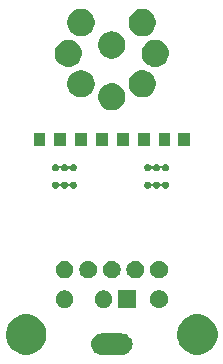
<source format=gbs>
G04 #@! TF.GenerationSoftware,KiCad,Pcbnew,(5.1.0)-1*
G04 #@! TF.CreationDate,2019-06-26T15:16:10-04:00*
G04 #@! TF.ProjectId,8 Pin DIN to 9 Pin Mini DIN,38205069-6e20-4444-994e-20746f203920,rev?*
G04 #@! TF.SameCoordinates,Original*
G04 #@! TF.FileFunction,Soldermask,Bot*
G04 #@! TF.FilePolarity,Negative*
%FSLAX46Y46*%
G04 Gerber Fmt 4.6, Leading zero omitted, Abs format (unit mm)*
G04 Created by KiCad (PCBNEW (5.1.0)-1) date 2019-06-26 15:16:10*
%MOMM*%
%LPD*%
G04 APERTURE LIST*
%ADD10C,0.100000*%
G04 APERTURE END LIST*
D10*
G36*
X199570443Y-121915519D02*
G01*
X199636627Y-121922037D01*
X199806466Y-121973557D01*
X199962991Y-122057222D01*
X199998729Y-122086552D01*
X200100186Y-122169814D01*
X200183448Y-122271271D01*
X200212778Y-122307009D01*
X200296443Y-122463534D01*
X200347963Y-122633373D01*
X200365359Y-122810000D01*
X200347963Y-122986627D01*
X200296443Y-123156466D01*
X200212778Y-123312991D01*
X200183448Y-123348729D01*
X200100186Y-123450186D01*
X199998729Y-123533448D01*
X199962991Y-123562778D01*
X199806466Y-123646443D01*
X199636627Y-123697963D01*
X199570442Y-123704482D01*
X199504260Y-123711000D01*
X197715740Y-123711000D01*
X197649558Y-123704482D01*
X197583373Y-123697963D01*
X197413534Y-123646443D01*
X197257009Y-123562778D01*
X197221271Y-123533448D01*
X197119814Y-123450186D01*
X197036552Y-123348729D01*
X197007222Y-123312991D01*
X196923557Y-123156466D01*
X196872037Y-122986627D01*
X196854641Y-122810000D01*
X196872037Y-122633373D01*
X196923557Y-122463534D01*
X197007222Y-122307009D01*
X197036552Y-122271271D01*
X197119814Y-122169814D01*
X197221271Y-122086552D01*
X197257009Y-122057222D01*
X197413534Y-121973557D01*
X197583373Y-121922037D01*
X197649557Y-121915519D01*
X197715740Y-121909000D01*
X199504260Y-121909000D01*
X199570443Y-121915519D01*
X199570443Y-121915519D01*
G37*
G36*
X206348496Y-120356675D02*
G01*
X206659513Y-120485503D01*
X206659515Y-120485504D01*
X206939424Y-120672533D01*
X207177467Y-120910576D01*
X207364496Y-121190485D01*
X207364497Y-121190487D01*
X207493325Y-121501504D01*
X207559000Y-121831677D01*
X207559000Y-122168323D01*
X207493325Y-122498496D01*
X207437456Y-122633375D01*
X207364496Y-122809515D01*
X207177467Y-123089424D01*
X206939424Y-123327467D01*
X206659515Y-123514496D01*
X206659514Y-123514497D01*
X206659513Y-123514497D01*
X206348496Y-123643325D01*
X206018323Y-123709000D01*
X205681677Y-123709000D01*
X205351504Y-123643325D01*
X205040487Y-123514497D01*
X205040486Y-123514497D01*
X205040485Y-123514496D01*
X204760576Y-123327467D01*
X204522533Y-123089424D01*
X204335504Y-122809515D01*
X204262544Y-122633375D01*
X204206675Y-122498496D01*
X204141000Y-122168323D01*
X204141000Y-121831677D01*
X204206675Y-121501504D01*
X204335503Y-121190487D01*
X204335504Y-121190485D01*
X204522533Y-120910576D01*
X204760576Y-120672533D01*
X205040485Y-120485504D01*
X205040487Y-120485503D01*
X205351504Y-120356675D01*
X205681677Y-120291000D01*
X206018323Y-120291000D01*
X206348496Y-120356675D01*
X206348496Y-120356675D01*
G37*
G36*
X191848496Y-120356675D02*
G01*
X192159513Y-120485503D01*
X192159515Y-120485504D01*
X192439424Y-120672533D01*
X192677467Y-120910576D01*
X192864496Y-121190485D01*
X192864497Y-121190487D01*
X192993325Y-121501504D01*
X193059000Y-121831677D01*
X193059000Y-122168323D01*
X192993325Y-122498496D01*
X192937456Y-122633375D01*
X192864496Y-122809515D01*
X192677467Y-123089424D01*
X192439424Y-123327467D01*
X192159515Y-123514496D01*
X192159514Y-123514497D01*
X192159513Y-123514497D01*
X191848496Y-123643325D01*
X191518323Y-123709000D01*
X191181677Y-123709000D01*
X190851504Y-123643325D01*
X190540487Y-123514497D01*
X190540486Y-123514497D01*
X190540485Y-123514496D01*
X190260576Y-123327467D01*
X190022533Y-123089424D01*
X189835504Y-122809515D01*
X189762544Y-122633375D01*
X189706675Y-122498496D01*
X189641000Y-122168323D01*
X189641000Y-121831677D01*
X189706675Y-121501504D01*
X189835503Y-121190487D01*
X189835504Y-121190485D01*
X190022533Y-120910576D01*
X190260576Y-120672533D01*
X190540485Y-120485504D01*
X190540487Y-120485503D01*
X190851504Y-120356675D01*
X191181677Y-120291000D01*
X191518323Y-120291000D01*
X191848496Y-120356675D01*
X191848496Y-120356675D01*
G37*
G36*
X198047293Y-118259507D02*
G01*
X198120225Y-118274014D01*
X198177138Y-118297588D01*
X198257626Y-118330927D01*
X198381284Y-118413553D01*
X198486447Y-118518716D01*
X198569073Y-118642374D01*
X198625986Y-118779776D01*
X198655000Y-118925638D01*
X198655000Y-119074362D01*
X198625986Y-119220224D01*
X198569073Y-119357626D01*
X198486447Y-119481284D01*
X198381284Y-119586447D01*
X198257626Y-119669073D01*
X198177138Y-119702412D01*
X198120225Y-119725986D01*
X198047293Y-119740493D01*
X197974362Y-119755000D01*
X197825638Y-119755000D01*
X197752707Y-119740493D01*
X197679775Y-119725986D01*
X197622862Y-119702412D01*
X197542374Y-119669073D01*
X197418716Y-119586447D01*
X197313553Y-119481284D01*
X197230927Y-119357626D01*
X197174014Y-119220224D01*
X197145000Y-119074362D01*
X197145000Y-118925638D01*
X197174014Y-118779776D01*
X197230927Y-118642374D01*
X197313553Y-118518716D01*
X197418716Y-118413553D01*
X197542374Y-118330927D01*
X197622862Y-118297588D01*
X197679775Y-118274014D01*
X197752707Y-118259507D01*
X197825638Y-118245000D01*
X197974362Y-118245000D01*
X198047293Y-118259507D01*
X198047293Y-118259507D01*
G37*
G36*
X194747293Y-118259507D02*
G01*
X194820225Y-118274014D01*
X194877138Y-118297588D01*
X194957626Y-118330927D01*
X195081284Y-118413553D01*
X195186447Y-118518716D01*
X195269073Y-118642374D01*
X195325986Y-118779776D01*
X195355000Y-118925638D01*
X195355000Y-119074362D01*
X195325986Y-119220224D01*
X195269073Y-119357626D01*
X195186447Y-119481284D01*
X195081284Y-119586447D01*
X194957626Y-119669073D01*
X194877138Y-119702412D01*
X194820225Y-119725986D01*
X194747293Y-119740493D01*
X194674362Y-119755000D01*
X194525638Y-119755000D01*
X194452707Y-119740493D01*
X194379775Y-119725986D01*
X194322862Y-119702412D01*
X194242374Y-119669073D01*
X194118716Y-119586447D01*
X194013553Y-119481284D01*
X193930927Y-119357626D01*
X193874014Y-119220224D01*
X193845000Y-119074362D01*
X193845000Y-118925638D01*
X193874014Y-118779776D01*
X193930927Y-118642374D01*
X194013553Y-118518716D01*
X194118716Y-118413553D01*
X194242374Y-118330927D01*
X194322862Y-118297588D01*
X194379775Y-118274014D01*
X194452707Y-118259507D01*
X194525638Y-118245000D01*
X194674362Y-118245000D01*
X194747293Y-118259507D01*
X194747293Y-118259507D01*
G37*
G36*
X200655000Y-119755000D02*
G01*
X199145000Y-119755000D01*
X199145000Y-118245000D01*
X200655000Y-118245000D01*
X200655000Y-119755000D01*
X200655000Y-119755000D01*
G37*
G36*
X202747293Y-118259507D02*
G01*
X202820225Y-118274014D01*
X202877138Y-118297588D01*
X202957626Y-118330927D01*
X203081284Y-118413553D01*
X203186447Y-118518716D01*
X203269073Y-118642374D01*
X203325986Y-118779776D01*
X203355000Y-118925638D01*
X203355000Y-119074362D01*
X203325986Y-119220224D01*
X203269073Y-119357626D01*
X203186447Y-119481284D01*
X203081284Y-119586447D01*
X202957626Y-119669073D01*
X202877138Y-119702412D01*
X202820225Y-119725986D01*
X202747293Y-119740493D01*
X202674362Y-119755000D01*
X202525638Y-119755000D01*
X202452707Y-119740493D01*
X202379775Y-119725986D01*
X202322862Y-119702412D01*
X202242374Y-119669073D01*
X202118716Y-119586447D01*
X202013553Y-119481284D01*
X201930927Y-119357626D01*
X201874014Y-119220224D01*
X201845000Y-119074362D01*
X201845000Y-118925638D01*
X201874014Y-118779776D01*
X201930927Y-118642374D01*
X202013553Y-118518716D01*
X202118716Y-118413553D01*
X202242374Y-118330927D01*
X202322862Y-118297588D01*
X202379775Y-118274014D01*
X202452707Y-118259507D01*
X202525638Y-118245000D01*
X202674362Y-118245000D01*
X202747293Y-118259507D01*
X202747293Y-118259507D01*
G37*
G36*
X202747293Y-115759507D02*
G01*
X202820225Y-115774014D01*
X202877138Y-115797588D01*
X202957626Y-115830927D01*
X203081284Y-115913553D01*
X203186447Y-116018716D01*
X203269073Y-116142374D01*
X203325986Y-116279776D01*
X203355000Y-116425638D01*
X203355000Y-116574362D01*
X203325986Y-116720224D01*
X203269073Y-116857626D01*
X203186447Y-116981284D01*
X203081284Y-117086447D01*
X202957626Y-117169073D01*
X202877138Y-117202412D01*
X202820225Y-117225986D01*
X202747293Y-117240493D01*
X202674362Y-117255000D01*
X202525638Y-117255000D01*
X202452707Y-117240493D01*
X202379775Y-117225986D01*
X202322862Y-117202412D01*
X202242374Y-117169073D01*
X202118716Y-117086447D01*
X202013553Y-116981284D01*
X201930927Y-116857626D01*
X201874014Y-116720224D01*
X201845000Y-116574362D01*
X201845000Y-116425638D01*
X201874014Y-116279776D01*
X201930927Y-116142374D01*
X202013553Y-116018716D01*
X202118716Y-115913553D01*
X202242374Y-115830927D01*
X202322862Y-115797588D01*
X202379775Y-115774014D01*
X202452707Y-115759507D01*
X202525638Y-115745000D01*
X202674362Y-115745000D01*
X202747293Y-115759507D01*
X202747293Y-115759507D01*
G37*
G36*
X200747293Y-115759507D02*
G01*
X200820225Y-115774014D01*
X200877138Y-115797588D01*
X200957626Y-115830927D01*
X201081284Y-115913553D01*
X201186447Y-116018716D01*
X201269073Y-116142374D01*
X201325986Y-116279776D01*
X201355000Y-116425638D01*
X201355000Y-116574362D01*
X201325986Y-116720224D01*
X201269073Y-116857626D01*
X201186447Y-116981284D01*
X201081284Y-117086447D01*
X200957626Y-117169073D01*
X200877138Y-117202412D01*
X200820225Y-117225986D01*
X200747293Y-117240493D01*
X200674362Y-117255000D01*
X200525638Y-117255000D01*
X200452707Y-117240493D01*
X200379775Y-117225986D01*
X200322862Y-117202412D01*
X200242374Y-117169073D01*
X200118716Y-117086447D01*
X200013553Y-116981284D01*
X199930927Y-116857626D01*
X199874014Y-116720224D01*
X199845000Y-116574362D01*
X199845000Y-116425638D01*
X199874014Y-116279776D01*
X199930927Y-116142374D01*
X200013553Y-116018716D01*
X200118716Y-115913553D01*
X200242374Y-115830927D01*
X200322862Y-115797588D01*
X200379775Y-115774014D01*
X200452707Y-115759507D01*
X200525638Y-115745000D01*
X200674362Y-115745000D01*
X200747293Y-115759507D01*
X200747293Y-115759507D01*
G37*
G36*
X194747293Y-115759507D02*
G01*
X194820225Y-115774014D01*
X194877138Y-115797588D01*
X194957626Y-115830927D01*
X195081284Y-115913553D01*
X195186447Y-116018716D01*
X195269073Y-116142374D01*
X195325986Y-116279776D01*
X195355000Y-116425638D01*
X195355000Y-116574362D01*
X195325986Y-116720224D01*
X195269073Y-116857626D01*
X195186447Y-116981284D01*
X195081284Y-117086447D01*
X194957626Y-117169073D01*
X194877138Y-117202412D01*
X194820225Y-117225986D01*
X194747293Y-117240493D01*
X194674362Y-117255000D01*
X194525638Y-117255000D01*
X194452707Y-117240493D01*
X194379775Y-117225986D01*
X194322862Y-117202412D01*
X194242374Y-117169073D01*
X194118716Y-117086447D01*
X194013553Y-116981284D01*
X193930927Y-116857626D01*
X193874014Y-116720224D01*
X193845000Y-116574362D01*
X193845000Y-116425638D01*
X193874014Y-116279776D01*
X193930927Y-116142374D01*
X194013553Y-116018716D01*
X194118716Y-115913553D01*
X194242374Y-115830927D01*
X194322862Y-115797588D01*
X194379775Y-115774014D01*
X194452707Y-115759507D01*
X194525638Y-115745000D01*
X194674362Y-115745000D01*
X194747293Y-115759507D01*
X194747293Y-115759507D01*
G37*
G36*
X196747293Y-115759507D02*
G01*
X196820225Y-115774014D01*
X196877138Y-115797588D01*
X196957626Y-115830927D01*
X197081284Y-115913553D01*
X197186447Y-116018716D01*
X197269073Y-116142374D01*
X197325986Y-116279776D01*
X197355000Y-116425638D01*
X197355000Y-116574362D01*
X197325986Y-116720224D01*
X197269073Y-116857626D01*
X197186447Y-116981284D01*
X197081284Y-117086447D01*
X196957626Y-117169073D01*
X196877138Y-117202412D01*
X196820225Y-117225986D01*
X196747293Y-117240493D01*
X196674362Y-117255000D01*
X196525638Y-117255000D01*
X196452707Y-117240493D01*
X196379775Y-117225986D01*
X196322862Y-117202412D01*
X196242374Y-117169073D01*
X196118716Y-117086447D01*
X196013553Y-116981284D01*
X195930927Y-116857626D01*
X195874014Y-116720224D01*
X195845000Y-116574362D01*
X195845000Y-116425638D01*
X195874014Y-116279776D01*
X195930927Y-116142374D01*
X196013553Y-116018716D01*
X196118716Y-115913553D01*
X196242374Y-115830927D01*
X196322862Y-115797588D01*
X196379775Y-115774014D01*
X196452707Y-115759507D01*
X196525638Y-115745000D01*
X196674362Y-115745000D01*
X196747293Y-115759507D01*
X196747293Y-115759507D01*
G37*
G36*
X198747293Y-115759507D02*
G01*
X198820225Y-115774014D01*
X198877138Y-115797588D01*
X198957626Y-115830927D01*
X199081284Y-115913553D01*
X199186447Y-116018716D01*
X199269073Y-116142374D01*
X199325986Y-116279776D01*
X199355000Y-116425638D01*
X199355000Y-116574362D01*
X199325986Y-116720224D01*
X199269073Y-116857626D01*
X199186447Y-116981284D01*
X199081284Y-117086447D01*
X198957626Y-117169073D01*
X198877138Y-117202412D01*
X198820225Y-117225986D01*
X198747293Y-117240493D01*
X198674362Y-117255000D01*
X198525638Y-117255000D01*
X198452707Y-117240493D01*
X198379775Y-117225986D01*
X198322862Y-117202412D01*
X198242374Y-117169073D01*
X198118716Y-117086447D01*
X198013553Y-116981284D01*
X197930927Y-116857626D01*
X197874014Y-116720224D01*
X197845000Y-116574362D01*
X197845000Y-116425638D01*
X197874014Y-116279776D01*
X197930927Y-116142374D01*
X198013553Y-116018716D01*
X198118716Y-115913553D01*
X198242374Y-115830927D01*
X198322862Y-115797588D01*
X198379775Y-115774014D01*
X198452707Y-115759507D01*
X198525638Y-115745000D01*
X198674362Y-115745000D01*
X198747293Y-115759507D01*
X198747293Y-115759507D01*
G37*
G36*
X201737797Y-109060567D02*
G01*
X201792575Y-109083257D01*
X201792577Y-109083258D01*
X201841876Y-109116198D01*
X201883802Y-109158124D01*
X201916742Y-109207423D01*
X201921067Y-109213896D01*
X201936612Y-109232838D01*
X201955554Y-109248383D01*
X201977165Y-109259934D01*
X202000614Y-109267047D01*
X202025000Y-109269449D01*
X202049386Y-109267047D01*
X202072835Y-109259934D01*
X202094446Y-109248383D01*
X202113388Y-109232838D01*
X202128933Y-109213896D01*
X202133258Y-109207423D01*
X202166198Y-109158124D01*
X202208124Y-109116198D01*
X202257423Y-109083258D01*
X202257425Y-109083257D01*
X202312203Y-109060567D01*
X202370353Y-109049000D01*
X202429647Y-109049000D01*
X202487797Y-109060567D01*
X202542575Y-109083257D01*
X202542577Y-109083258D01*
X202591876Y-109116198D01*
X202633802Y-109158124D01*
X202666742Y-109207423D01*
X202671067Y-109213896D01*
X202686612Y-109232838D01*
X202705554Y-109248383D01*
X202727165Y-109259934D01*
X202750614Y-109267047D01*
X202775000Y-109269449D01*
X202799386Y-109267047D01*
X202822835Y-109259934D01*
X202844446Y-109248383D01*
X202863388Y-109232838D01*
X202878933Y-109213896D01*
X202883258Y-109207423D01*
X202916198Y-109158124D01*
X202958124Y-109116198D01*
X203007423Y-109083258D01*
X203007425Y-109083257D01*
X203062203Y-109060567D01*
X203120353Y-109049000D01*
X203179647Y-109049000D01*
X203237797Y-109060567D01*
X203292575Y-109083257D01*
X203292577Y-109083258D01*
X203341876Y-109116198D01*
X203383802Y-109158124D01*
X203416742Y-109207423D01*
X203416743Y-109207425D01*
X203439433Y-109262203D01*
X203451000Y-109320353D01*
X203451000Y-109379647D01*
X203439433Y-109437797D01*
X203419423Y-109486104D01*
X203416742Y-109492577D01*
X203383802Y-109541876D01*
X203341876Y-109583802D01*
X203292577Y-109616742D01*
X203292576Y-109616743D01*
X203292575Y-109616743D01*
X203237797Y-109639433D01*
X203179647Y-109651000D01*
X203120353Y-109651000D01*
X203062203Y-109639433D01*
X203007425Y-109616743D01*
X203007424Y-109616743D01*
X203007423Y-109616742D01*
X202958124Y-109583802D01*
X202916198Y-109541876D01*
X202883258Y-109492577D01*
X202883257Y-109492575D01*
X202878933Y-109486104D01*
X202863388Y-109467162D01*
X202844446Y-109451617D01*
X202822835Y-109440066D01*
X202799386Y-109432953D01*
X202775000Y-109430551D01*
X202750614Y-109432953D01*
X202727165Y-109440066D01*
X202705554Y-109451617D01*
X202686612Y-109467162D01*
X202671067Y-109486104D01*
X202666743Y-109492575D01*
X202666742Y-109492577D01*
X202633802Y-109541876D01*
X202591876Y-109583802D01*
X202542577Y-109616742D01*
X202542576Y-109616743D01*
X202542575Y-109616743D01*
X202487797Y-109639433D01*
X202429647Y-109651000D01*
X202370353Y-109651000D01*
X202312203Y-109639433D01*
X202257425Y-109616743D01*
X202257424Y-109616743D01*
X202257423Y-109616742D01*
X202208124Y-109583802D01*
X202166198Y-109541876D01*
X202133258Y-109492577D01*
X202133257Y-109492575D01*
X202128933Y-109486104D01*
X202113388Y-109467162D01*
X202094446Y-109451617D01*
X202072835Y-109440066D01*
X202049386Y-109432953D01*
X202025000Y-109430551D01*
X202000614Y-109432953D01*
X201977165Y-109440066D01*
X201955554Y-109451617D01*
X201936612Y-109467162D01*
X201921067Y-109486104D01*
X201916743Y-109492575D01*
X201916742Y-109492577D01*
X201883802Y-109541876D01*
X201841876Y-109583802D01*
X201792577Y-109616742D01*
X201792576Y-109616743D01*
X201792575Y-109616743D01*
X201737797Y-109639433D01*
X201679647Y-109651000D01*
X201620353Y-109651000D01*
X201562203Y-109639433D01*
X201507425Y-109616743D01*
X201507424Y-109616743D01*
X201507423Y-109616742D01*
X201458124Y-109583802D01*
X201416198Y-109541876D01*
X201383258Y-109492577D01*
X201380577Y-109486104D01*
X201360567Y-109437797D01*
X201349000Y-109379647D01*
X201349000Y-109320353D01*
X201360567Y-109262203D01*
X201383257Y-109207425D01*
X201383258Y-109207423D01*
X201416198Y-109158124D01*
X201458124Y-109116198D01*
X201507423Y-109083258D01*
X201507425Y-109083257D01*
X201562203Y-109060567D01*
X201620353Y-109049000D01*
X201679647Y-109049000D01*
X201737797Y-109060567D01*
X201737797Y-109060567D01*
G37*
G36*
X193937797Y-109060567D02*
G01*
X193992575Y-109083257D01*
X193992577Y-109083258D01*
X194041876Y-109116198D01*
X194083802Y-109158124D01*
X194116742Y-109207423D01*
X194121067Y-109213896D01*
X194136612Y-109232838D01*
X194155554Y-109248383D01*
X194177165Y-109259934D01*
X194200614Y-109267047D01*
X194225000Y-109269449D01*
X194249386Y-109267047D01*
X194272835Y-109259934D01*
X194294446Y-109248383D01*
X194313388Y-109232838D01*
X194328933Y-109213896D01*
X194333258Y-109207423D01*
X194366198Y-109158124D01*
X194408124Y-109116198D01*
X194457423Y-109083258D01*
X194457425Y-109083257D01*
X194512203Y-109060567D01*
X194570353Y-109049000D01*
X194629647Y-109049000D01*
X194687797Y-109060567D01*
X194742575Y-109083257D01*
X194742577Y-109083258D01*
X194791876Y-109116198D01*
X194833802Y-109158124D01*
X194866742Y-109207423D01*
X194871067Y-109213896D01*
X194886612Y-109232838D01*
X194905554Y-109248383D01*
X194927165Y-109259934D01*
X194950614Y-109267047D01*
X194975000Y-109269449D01*
X194999386Y-109267047D01*
X195022835Y-109259934D01*
X195044446Y-109248383D01*
X195063388Y-109232838D01*
X195078933Y-109213896D01*
X195083258Y-109207423D01*
X195116198Y-109158124D01*
X195158124Y-109116198D01*
X195207423Y-109083258D01*
X195207425Y-109083257D01*
X195262203Y-109060567D01*
X195320353Y-109049000D01*
X195379647Y-109049000D01*
X195437797Y-109060567D01*
X195492575Y-109083257D01*
X195492577Y-109083258D01*
X195541876Y-109116198D01*
X195583802Y-109158124D01*
X195616742Y-109207423D01*
X195616743Y-109207425D01*
X195639433Y-109262203D01*
X195651000Y-109320353D01*
X195651000Y-109379647D01*
X195639433Y-109437797D01*
X195619423Y-109486104D01*
X195616742Y-109492577D01*
X195583802Y-109541876D01*
X195541876Y-109583802D01*
X195492577Y-109616742D01*
X195492576Y-109616743D01*
X195492575Y-109616743D01*
X195437797Y-109639433D01*
X195379647Y-109651000D01*
X195320353Y-109651000D01*
X195262203Y-109639433D01*
X195207425Y-109616743D01*
X195207424Y-109616743D01*
X195207423Y-109616742D01*
X195158124Y-109583802D01*
X195116198Y-109541876D01*
X195083258Y-109492577D01*
X195083257Y-109492575D01*
X195078933Y-109486104D01*
X195063388Y-109467162D01*
X195044446Y-109451617D01*
X195022835Y-109440066D01*
X194999386Y-109432953D01*
X194975000Y-109430551D01*
X194950614Y-109432953D01*
X194927165Y-109440066D01*
X194905554Y-109451617D01*
X194886612Y-109467162D01*
X194871067Y-109486104D01*
X194866743Y-109492575D01*
X194866742Y-109492577D01*
X194833802Y-109541876D01*
X194791876Y-109583802D01*
X194742577Y-109616742D01*
X194742576Y-109616743D01*
X194742575Y-109616743D01*
X194687797Y-109639433D01*
X194629647Y-109651000D01*
X194570353Y-109651000D01*
X194512203Y-109639433D01*
X194457425Y-109616743D01*
X194457424Y-109616743D01*
X194457423Y-109616742D01*
X194408124Y-109583802D01*
X194366198Y-109541876D01*
X194333258Y-109492577D01*
X194333257Y-109492575D01*
X194328933Y-109486104D01*
X194313388Y-109467162D01*
X194294446Y-109451617D01*
X194272835Y-109440066D01*
X194249386Y-109432953D01*
X194225000Y-109430551D01*
X194200614Y-109432953D01*
X194177165Y-109440066D01*
X194155554Y-109451617D01*
X194136612Y-109467162D01*
X194121067Y-109486104D01*
X194116743Y-109492575D01*
X194116742Y-109492577D01*
X194083802Y-109541876D01*
X194041876Y-109583802D01*
X193992577Y-109616742D01*
X193992576Y-109616743D01*
X193992575Y-109616743D01*
X193937797Y-109639433D01*
X193879647Y-109651000D01*
X193820353Y-109651000D01*
X193762203Y-109639433D01*
X193707425Y-109616743D01*
X193707424Y-109616743D01*
X193707423Y-109616742D01*
X193658124Y-109583802D01*
X193616198Y-109541876D01*
X193583258Y-109492577D01*
X193580577Y-109486104D01*
X193560567Y-109437797D01*
X193549000Y-109379647D01*
X193549000Y-109320353D01*
X193560567Y-109262203D01*
X193583257Y-109207425D01*
X193583258Y-109207423D01*
X193616198Y-109158124D01*
X193658124Y-109116198D01*
X193707423Y-109083258D01*
X193707425Y-109083257D01*
X193762203Y-109060567D01*
X193820353Y-109049000D01*
X193879647Y-109049000D01*
X193937797Y-109060567D01*
X193937797Y-109060567D01*
G37*
G36*
X201737797Y-107560567D02*
G01*
X201792575Y-107583257D01*
X201792577Y-107583258D01*
X201841876Y-107616198D01*
X201883802Y-107658124D01*
X201916742Y-107707423D01*
X201921067Y-107713896D01*
X201936612Y-107732838D01*
X201955554Y-107748383D01*
X201977165Y-107759934D01*
X202000614Y-107767047D01*
X202025000Y-107769449D01*
X202049386Y-107767047D01*
X202072835Y-107759934D01*
X202094446Y-107748383D01*
X202113388Y-107732838D01*
X202128933Y-107713896D01*
X202133258Y-107707423D01*
X202166198Y-107658124D01*
X202208124Y-107616198D01*
X202257423Y-107583258D01*
X202257425Y-107583257D01*
X202312203Y-107560567D01*
X202370353Y-107549000D01*
X202429647Y-107549000D01*
X202487797Y-107560567D01*
X202542575Y-107583257D01*
X202542577Y-107583258D01*
X202591876Y-107616198D01*
X202633802Y-107658124D01*
X202666742Y-107707423D01*
X202671067Y-107713896D01*
X202686612Y-107732838D01*
X202705554Y-107748383D01*
X202727165Y-107759934D01*
X202750614Y-107767047D01*
X202775000Y-107769449D01*
X202799386Y-107767047D01*
X202822835Y-107759934D01*
X202844446Y-107748383D01*
X202863388Y-107732838D01*
X202878933Y-107713896D01*
X202883258Y-107707423D01*
X202916198Y-107658124D01*
X202958124Y-107616198D01*
X203007423Y-107583258D01*
X203007425Y-107583257D01*
X203062203Y-107560567D01*
X203120353Y-107549000D01*
X203179647Y-107549000D01*
X203237797Y-107560567D01*
X203292575Y-107583257D01*
X203292577Y-107583258D01*
X203341876Y-107616198D01*
X203383802Y-107658124D01*
X203416742Y-107707423D01*
X203416743Y-107707425D01*
X203439433Y-107762203D01*
X203451000Y-107820353D01*
X203451000Y-107879647D01*
X203439433Y-107937797D01*
X203419423Y-107986104D01*
X203416742Y-107992577D01*
X203383802Y-108041876D01*
X203341876Y-108083802D01*
X203292577Y-108116742D01*
X203292576Y-108116743D01*
X203292575Y-108116743D01*
X203237797Y-108139433D01*
X203179647Y-108151000D01*
X203120353Y-108151000D01*
X203062203Y-108139433D01*
X203007425Y-108116743D01*
X203007424Y-108116743D01*
X203007423Y-108116742D01*
X202958124Y-108083802D01*
X202916198Y-108041876D01*
X202883258Y-107992577D01*
X202883257Y-107992575D01*
X202878933Y-107986104D01*
X202863388Y-107967162D01*
X202844446Y-107951617D01*
X202822835Y-107940066D01*
X202799386Y-107932953D01*
X202775000Y-107930551D01*
X202750614Y-107932953D01*
X202727165Y-107940066D01*
X202705554Y-107951617D01*
X202686612Y-107967162D01*
X202671067Y-107986104D01*
X202666743Y-107992575D01*
X202666742Y-107992577D01*
X202633802Y-108041876D01*
X202591876Y-108083802D01*
X202542577Y-108116742D01*
X202542576Y-108116743D01*
X202542575Y-108116743D01*
X202487797Y-108139433D01*
X202429647Y-108151000D01*
X202370353Y-108151000D01*
X202312203Y-108139433D01*
X202257425Y-108116743D01*
X202257424Y-108116743D01*
X202257423Y-108116742D01*
X202208124Y-108083802D01*
X202166198Y-108041876D01*
X202133258Y-107992577D01*
X202133257Y-107992575D01*
X202128933Y-107986104D01*
X202113388Y-107967162D01*
X202094446Y-107951617D01*
X202072835Y-107940066D01*
X202049386Y-107932953D01*
X202025000Y-107930551D01*
X202000614Y-107932953D01*
X201977165Y-107940066D01*
X201955554Y-107951617D01*
X201936612Y-107967162D01*
X201921067Y-107986104D01*
X201916743Y-107992575D01*
X201916742Y-107992577D01*
X201883802Y-108041876D01*
X201841876Y-108083802D01*
X201792577Y-108116742D01*
X201792576Y-108116743D01*
X201792575Y-108116743D01*
X201737797Y-108139433D01*
X201679647Y-108151000D01*
X201620353Y-108151000D01*
X201562203Y-108139433D01*
X201507425Y-108116743D01*
X201507424Y-108116743D01*
X201507423Y-108116742D01*
X201458124Y-108083802D01*
X201416198Y-108041876D01*
X201383258Y-107992577D01*
X201380577Y-107986104D01*
X201360567Y-107937797D01*
X201349000Y-107879647D01*
X201349000Y-107820353D01*
X201360567Y-107762203D01*
X201383257Y-107707425D01*
X201383258Y-107707423D01*
X201416198Y-107658124D01*
X201458124Y-107616198D01*
X201507423Y-107583258D01*
X201507425Y-107583257D01*
X201562203Y-107560567D01*
X201620353Y-107549000D01*
X201679647Y-107549000D01*
X201737797Y-107560567D01*
X201737797Y-107560567D01*
G37*
G36*
X193937797Y-107560567D02*
G01*
X193992575Y-107583257D01*
X193992577Y-107583258D01*
X194041876Y-107616198D01*
X194083802Y-107658124D01*
X194116742Y-107707423D01*
X194121067Y-107713896D01*
X194136612Y-107732838D01*
X194155554Y-107748383D01*
X194177165Y-107759934D01*
X194200614Y-107767047D01*
X194225000Y-107769449D01*
X194249386Y-107767047D01*
X194272835Y-107759934D01*
X194294446Y-107748383D01*
X194313388Y-107732838D01*
X194328933Y-107713896D01*
X194333258Y-107707423D01*
X194366198Y-107658124D01*
X194408124Y-107616198D01*
X194457423Y-107583258D01*
X194457425Y-107583257D01*
X194512203Y-107560567D01*
X194570353Y-107549000D01*
X194629647Y-107549000D01*
X194687797Y-107560567D01*
X194742575Y-107583257D01*
X194742577Y-107583258D01*
X194791876Y-107616198D01*
X194833802Y-107658124D01*
X194866742Y-107707423D01*
X194871067Y-107713896D01*
X194886612Y-107732838D01*
X194905554Y-107748383D01*
X194927165Y-107759934D01*
X194950614Y-107767047D01*
X194975000Y-107769449D01*
X194999386Y-107767047D01*
X195022835Y-107759934D01*
X195044446Y-107748383D01*
X195063388Y-107732838D01*
X195078933Y-107713896D01*
X195083258Y-107707423D01*
X195116198Y-107658124D01*
X195158124Y-107616198D01*
X195207423Y-107583258D01*
X195207425Y-107583257D01*
X195262203Y-107560567D01*
X195320353Y-107549000D01*
X195379647Y-107549000D01*
X195437797Y-107560567D01*
X195492575Y-107583257D01*
X195492577Y-107583258D01*
X195541876Y-107616198D01*
X195583802Y-107658124D01*
X195616742Y-107707423D01*
X195616743Y-107707425D01*
X195639433Y-107762203D01*
X195651000Y-107820353D01*
X195651000Y-107879647D01*
X195639433Y-107937797D01*
X195619423Y-107986104D01*
X195616742Y-107992577D01*
X195583802Y-108041876D01*
X195541876Y-108083802D01*
X195492577Y-108116742D01*
X195492576Y-108116743D01*
X195492575Y-108116743D01*
X195437797Y-108139433D01*
X195379647Y-108151000D01*
X195320353Y-108151000D01*
X195262203Y-108139433D01*
X195207425Y-108116743D01*
X195207424Y-108116743D01*
X195207423Y-108116742D01*
X195158124Y-108083802D01*
X195116198Y-108041876D01*
X195083258Y-107992577D01*
X195083257Y-107992575D01*
X195078933Y-107986104D01*
X195063388Y-107967162D01*
X195044446Y-107951617D01*
X195022835Y-107940066D01*
X194999386Y-107932953D01*
X194975000Y-107930551D01*
X194950614Y-107932953D01*
X194927165Y-107940066D01*
X194905554Y-107951617D01*
X194886612Y-107967162D01*
X194871067Y-107986104D01*
X194866743Y-107992575D01*
X194866742Y-107992577D01*
X194833802Y-108041876D01*
X194791876Y-108083802D01*
X194742577Y-108116742D01*
X194742576Y-108116743D01*
X194742575Y-108116743D01*
X194687797Y-108139433D01*
X194629647Y-108151000D01*
X194570353Y-108151000D01*
X194512203Y-108139433D01*
X194457425Y-108116743D01*
X194457424Y-108116743D01*
X194457423Y-108116742D01*
X194408124Y-108083802D01*
X194366198Y-108041876D01*
X194333258Y-107992577D01*
X194333257Y-107992575D01*
X194328933Y-107986104D01*
X194313388Y-107967162D01*
X194294446Y-107951617D01*
X194272835Y-107940066D01*
X194249386Y-107932953D01*
X194225000Y-107930551D01*
X194200614Y-107932953D01*
X194177165Y-107940066D01*
X194155554Y-107951617D01*
X194136612Y-107967162D01*
X194121067Y-107986104D01*
X194116743Y-107992575D01*
X194116742Y-107992577D01*
X194083802Y-108041876D01*
X194041876Y-108083802D01*
X193992577Y-108116742D01*
X193992576Y-108116743D01*
X193992575Y-108116743D01*
X193937797Y-108139433D01*
X193879647Y-108151000D01*
X193820353Y-108151000D01*
X193762203Y-108139433D01*
X193707425Y-108116743D01*
X193707424Y-108116743D01*
X193707423Y-108116742D01*
X193658124Y-108083802D01*
X193616198Y-108041876D01*
X193583258Y-107992577D01*
X193580577Y-107986104D01*
X193560567Y-107937797D01*
X193549000Y-107879647D01*
X193549000Y-107820353D01*
X193560567Y-107762203D01*
X193583257Y-107707425D01*
X193583258Y-107707423D01*
X193616198Y-107658124D01*
X193658124Y-107616198D01*
X193707423Y-107583258D01*
X193707425Y-107583257D01*
X193762203Y-107560567D01*
X193820353Y-107549000D01*
X193879647Y-107549000D01*
X193937797Y-107560567D01*
X193937797Y-107560567D01*
G37*
G36*
X205192333Y-106051000D02*
G01*
X204207667Y-106051000D01*
X204207667Y-104949000D01*
X205192333Y-104949000D01*
X205192333Y-106051000D01*
X205192333Y-106051000D01*
G37*
G36*
X192972333Y-106051000D02*
G01*
X191987667Y-106051000D01*
X191987667Y-104949000D01*
X192972333Y-104949000D01*
X192972333Y-106051000D01*
X192972333Y-106051000D01*
G37*
G36*
X194737667Y-106051000D02*
G01*
X193753001Y-106051000D01*
X193753001Y-104949000D01*
X194737667Y-104949000D01*
X194737667Y-106051000D01*
X194737667Y-106051000D01*
G37*
G36*
X196503001Y-106051000D02*
G01*
X195518335Y-106051000D01*
X195518335Y-104949000D01*
X196503001Y-104949000D01*
X196503001Y-106051000D01*
X196503001Y-106051000D01*
G37*
G36*
X198268335Y-106051000D02*
G01*
X197283669Y-106051000D01*
X197283669Y-104949000D01*
X198268335Y-104949000D01*
X198268335Y-106051000D01*
X198268335Y-106051000D01*
G37*
G36*
X200033669Y-106051000D02*
G01*
X199049003Y-106051000D01*
X199049003Y-104949000D01*
X200033669Y-104949000D01*
X200033669Y-106051000D01*
X200033669Y-106051000D01*
G37*
G36*
X201799003Y-106051000D02*
G01*
X200814337Y-106051000D01*
X200814337Y-104949000D01*
X201799003Y-104949000D01*
X201799003Y-106051000D01*
X201799003Y-106051000D01*
G37*
G36*
X203564337Y-106051000D02*
G01*
X202579671Y-106051000D01*
X202579671Y-104949000D01*
X203564337Y-104949000D01*
X203564337Y-106051000D01*
X203564337Y-106051000D01*
G37*
G36*
X198824549Y-100726116D02*
G01*
X198935734Y-100748232D01*
X199145203Y-100834997D01*
X199333720Y-100960960D01*
X199494040Y-101121280D01*
X199620003Y-101309797D01*
X199706768Y-101519266D01*
X199751000Y-101741636D01*
X199751000Y-101968364D01*
X199706768Y-102190734D01*
X199620003Y-102400203D01*
X199494040Y-102588720D01*
X199333720Y-102749040D01*
X199145203Y-102875003D01*
X198935734Y-102961768D01*
X198824549Y-102983884D01*
X198713365Y-103006000D01*
X198486635Y-103006000D01*
X198375451Y-102983884D01*
X198264266Y-102961768D01*
X198054797Y-102875003D01*
X197866280Y-102749040D01*
X197705960Y-102588720D01*
X197579997Y-102400203D01*
X197493232Y-102190734D01*
X197449000Y-101968364D01*
X197449000Y-101741636D01*
X197493232Y-101519266D01*
X197579997Y-101309797D01*
X197705960Y-101121280D01*
X197866280Y-100960960D01*
X198054797Y-100834997D01*
X198264266Y-100748232D01*
X198375451Y-100726116D01*
X198486635Y-100704000D01*
X198713365Y-100704000D01*
X198824549Y-100726116D01*
X198824549Y-100726116D01*
G37*
G36*
X196225932Y-99649733D02*
G01*
X196337117Y-99671849D01*
X196546586Y-99758614D01*
X196735103Y-99884577D01*
X196895423Y-100044897D01*
X197021386Y-100233414D01*
X197108151Y-100442883D01*
X197152383Y-100665253D01*
X197152383Y-100891981D01*
X197108151Y-101114351D01*
X197021386Y-101323820D01*
X196895423Y-101512337D01*
X196735103Y-101672657D01*
X196546586Y-101798620D01*
X196337117Y-101885385D01*
X196225932Y-101907501D01*
X196114748Y-101929617D01*
X195888018Y-101929617D01*
X195776834Y-101907501D01*
X195665649Y-101885385D01*
X195456180Y-101798620D01*
X195267663Y-101672657D01*
X195107343Y-101512337D01*
X194981380Y-101323820D01*
X194894615Y-101114351D01*
X194850383Y-100891981D01*
X194850383Y-100665253D01*
X194894615Y-100442883D01*
X194981380Y-100233414D01*
X195107343Y-100044897D01*
X195267663Y-99884577D01*
X195456180Y-99758614D01*
X195665649Y-99671849D01*
X195776834Y-99649733D01*
X195888018Y-99627617D01*
X196114748Y-99627617D01*
X196225932Y-99649733D01*
X196225932Y-99649733D01*
G37*
G36*
X201400850Y-99627617D02*
G01*
X201534351Y-99654172D01*
X201743820Y-99740937D01*
X201932337Y-99866900D01*
X202092657Y-100027220D01*
X202218620Y-100215737D01*
X202305385Y-100425206D01*
X202349617Y-100647576D01*
X202349617Y-100874304D01*
X202305385Y-101096674D01*
X202218620Y-101306143D01*
X202092657Y-101494660D01*
X201932337Y-101654980D01*
X201743820Y-101780943D01*
X201534351Y-101867708D01*
X201445482Y-101885385D01*
X201311982Y-101911940D01*
X201085252Y-101911940D01*
X200951752Y-101885385D01*
X200862883Y-101867708D01*
X200653414Y-101780943D01*
X200464897Y-101654980D01*
X200304577Y-101494660D01*
X200178614Y-101306143D01*
X200091849Y-101096674D01*
X200047617Y-100874304D01*
X200047617Y-100647576D01*
X200091849Y-100425206D01*
X200178614Y-100215737D01*
X200304577Y-100027220D01*
X200464897Y-99866900D01*
X200653414Y-99740937D01*
X200862883Y-99654172D01*
X200996384Y-99627617D01*
X201085252Y-99609940D01*
X201311982Y-99609940D01*
X201400850Y-99627617D01*
X201400850Y-99627617D01*
G37*
G36*
X195149549Y-97051116D02*
G01*
X195260734Y-97073232D01*
X195408850Y-97134584D01*
X195432228Y-97144267D01*
X195470203Y-97159997D01*
X195658720Y-97285960D01*
X195819040Y-97446280D01*
X195945003Y-97634797D01*
X196019950Y-97815734D01*
X196031768Y-97844267D01*
X196067759Y-98025203D01*
X196076000Y-98066636D01*
X196076000Y-98293364D01*
X196031768Y-98515734D01*
X195945003Y-98725203D01*
X195819040Y-98913720D01*
X195658720Y-99074040D01*
X195470203Y-99200003D01*
X195260734Y-99286768D01*
X195149549Y-99308884D01*
X195038365Y-99331000D01*
X194811635Y-99331000D01*
X194700451Y-99308884D01*
X194589266Y-99286768D01*
X194379797Y-99200003D01*
X194191280Y-99074040D01*
X194030960Y-98913720D01*
X193904997Y-98725203D01*
X193818232Y-98515734D01*
X193774000Y-98293364D01*
X193774000Y-98066636D01*
X193782242Y-98025203D01*
X193818232Y-97844267D01*
X193830051Y-97815734D01*
X193904997Y-97634797D01*
X194030960Y-97446280D01*
X194191280Y-97285960D01*
X194379797Y-97159997D01*
X194417773Y-97144267D01*
X194441150Y-97134584D01*
X194589266Y-97073232D01*
X194700451Y-97051116D01*
X194811635Y-97029000D01*
X195038365Y-97029000D01*
X195149549Y-97051116D01*
X195149549Y-97051116D01*
G37*
G36*
X202499549Y-97051116D02*
G01*
X202610734Y-97073232D01*
X202758850Y-97134584D01*
X202782228Y-97144267D01*
X202820203Y-97159997D01*
X203008720Y-97285960D01*
X203169040Y-97446280D01*
X203295003Y-97634797D01*
X203369950Y-97815734D01*
X203381768Y-97844267D01*
X203417759Y-98025203D01*
X203426000Y-98066636D01*
X203426000Y-98293364D01*
X203381768Y-98515734D01*
X203295003Y-98725203D01*
X203169040Y-98913720D01*
X203008720Y-99074040D01*
X202820203Y-99200003D01*
X202610734Y-99286768D01*
X202499549Y-99308884D01*
X202388365Y-99331000D01*
X202161635Y-99331000D01*
X202050451Y-99308884D01*
X201939266Y-99286768D01*
X201729797Y-99200003D01*
X201541280Y-99074040D01*
X201380960Y-98913720D01*
X201254997Y-98725203D01*
X201168232Y-98515734D01*
X201124000Y-98293364D01*
X201124000Y-98066636D01*
X201132242Y-98025203D01*
X201168232Y-97844267D01*
X201180051Y-97815734D01*
X201254997Y-97634797D01*
X201380960Y-97446280D01*
X201541280Y-97285960D01*
X201729797Y-97159997D01*
X201767773Y-97144267D01*
X201791150Y-97134584D01*
X201939266Y-97073232D01*
X202050451Y-97051116D01*
X202161635Y-97029000D01*
X202388365Y-97029000D01*
X202499549Y-97051116D01*
X202499549Y-97051116D01*
G37*
G36*
X198824549Y-96351116D02*
G01*
X198935734Y-96373232D01*
X199145203Y-96459997D01*
X199333720Y-96585960D01*
X199494040Y-96746280D01*
X199620003Y-96934797D01*
X199620004Y-96934799D01*
X199706768Y-97144267D01*
X199751000Y-97366635D01*
X199751000Y-97593365D01*
X199742758Y-97634799D01*
X199706768Y-97815734D01*
X199620003Y-98025203D01*
X199494040Y-98213720D01*
X199333720Y-98374040D01*
X199145203Y-98500003D01*
X199145202Y-98500004D01*
X199145201Y-98500004D01*
X199107225Y-98515734D01*
X198935734Y-98586768D01*
X198824549Y-98608884D01*
X198713365Y-98631000D01*
X198486635Y-98631000D01*
X198375451Y-98608884D01*
X198264266Y-98586768D01*
X198092775Y-98515734D01*
X198054799Y-98500004D01*
X198054798Y-98500004D01*
X198054797Y-98500003D01*
X197866280Y-98374040D01*
X197705960Y-98213720D01*
X197579997Y-98025203D01*
X197493232Y-97815734D01*
X197457242Y-97634799D01*
X197449000Y-97593365D01*
X197449000Y-97366635D01*
X197493232Y-97144267D01*
X197579996Y-96934799D01*
X197579997Y-96934797D01*
X197705960Y-96746280D01*
X197866280Y-96585960D01*
X198054797Y-96459997D01*
X198264266Y-96373232D01*
X198375451Y-96351116D01*
X198486635Y-96329000D01*
X198713365Y-96329000D01*
X198824549Y-96351116D01*
X198824549Y-96351116D01*
G37*
G36*
X196225932Y-94452499D02*
G01*
X196337117Y-94474615D01*
X196546586Y-94561380D01*
X196735103Y-94687343D01*
X196895423Y-94847663D01*
X197021386Y-95036180D01*
X197108151Y-95245649D01*
X197152383Y-95468019D01*
X197152383Y-95694747D01*
X197108151Y-95917117D01*
X197021386Y-96126586D01*
X196895423Y-96315103D01*
X196735103Y-96475423D01*
X196546586Y-96601386D01*
X196337117Y-96688151D01*
X196225932Y-96710267D01*
X196114748Y-96732383D01*
X195888018Y-96732383D01*
X195776834Y-96710267D01*
X195665649Y-96688151D01*
X195456180Y-96601386D01*
X195267663Y-96475423D01*
X195107343Y-96315103D01*
X194981380Y-96126586D01*
X194894615Y-95917117D01*
X194850383Y-95694747D01*
X194850383Y-95468019D01*
X194894615Y-95245649D01*
X194981380Y-95036180D01*
X195107343Y-94847663D01*
X195267663Y-94687343D01*
X195456180Y-94561380D01*
X195665649Y-94474615D01*
X195776834Y-94452499D01*
X195888018Y-94430383D01*
X196114748Y-94430383D01*
X196225932Y-94452499D01*
X196225932Y-94452499D01*
G37*
G36*
X201423166Y-94452499D02*
G01*
X201534351Y-94474615D01*
X201743820Y-94561380D01*
X201932337Y-94687343D01*
X202092657Y-94847663D01*
X202218620Y-95036180D01*
X202305385Y-95245649D01*
X202349617Y-95468019D01*
X202349617Y-95694747D01*
X202305385Y-95917117D01*
X202218620Y-96126586D01*
X202092657Y-96315103D01*
X201932337Y-96475423D01*
X201743820Y-96601386D01*
X201534351Y-96688151D01*
X201423166Y-96710267D01*
X201311982Y-96732383D01*
X201085252Y-96732383D01*
X200974068Y-96710267D01*
X200862883Y-96688151D01*
X200653414Y-96601386D01*
X200464897Y-96475423D01*
X200304577Y-96315103D01*
X200178614Y-96126586D01*
X200091849Y-95917117D01*
X200047617Y-95694747D01*
X200047617Y-95468019D01*
X200091849Y-95245649D01*
X200178614Y-95036180D01*
X200304577Y-94847663D01*
X200464897Y-94687343D01*
X200653414Y-94561380D01*
X200862883Y-94474615D01*
X200974068Y-94452499D01*
X201085252Y-94430383D01*
X201311982Y-94430383D01*
X201423166Y-94452499D01*
X201423166Y-94452499D01*
G37*
M02*

</source>
